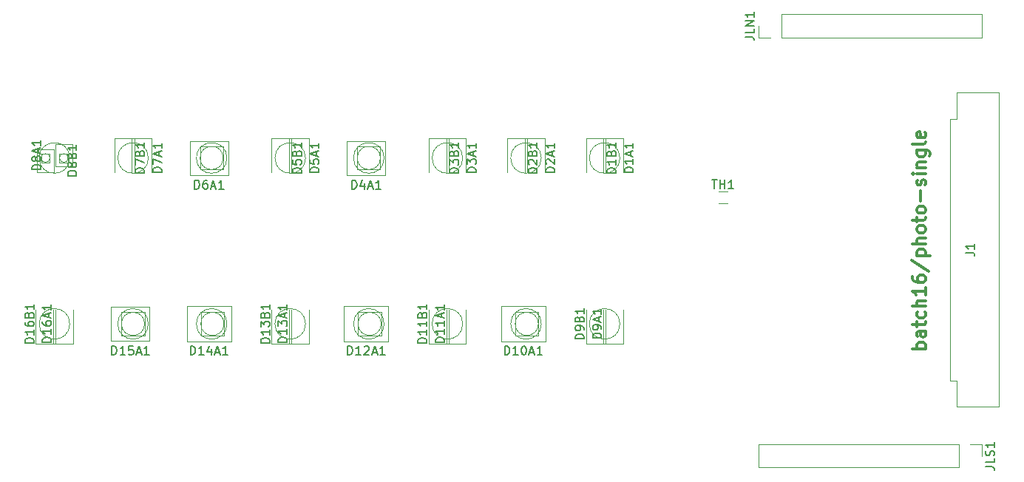
<source format=gto>
G04 #@! TF.GenerationSoftware,KiCad,Pcbnew,(6.0.1-0)*
G04 #@! TF.CreationDate,2022-03-09T19:17:37+09:00*
G04 #@! TF.ProjectId,photo-single,70686f74-6f2d-4736-996e-676c652e6b69,rev?*
G04 #@! TF.SameCoordinates,Original*
G04 #@! TF.FileFunction,Legend,Top*
G04 #@! TF.FilePolarity,Positive*
%FSLAX46Y46*%
G04 Gerber Fmt 4.6, Leading zero omitted, Abs format (unit mm)*
G04 Created by KiCad (PCBNEW (6.0.1-0)) date 2022-03-09 19:17:37*
%MOMM*%
%LPD*%
G01*
G04 APERTURE LIST*
%ADD10C,0.100000*%
%ADD11C,0.300000*%
%ADD12C,0.150000*%
%ADD13C,0.120000*%
G04 APERTURE END LIST*
D10*
X163671211Y-90502066D02*
G75*
G03*
X163671211Y-90502066I-1750000J0D01*
G01*
X118671211Y-90502066D02*
G75*
G03*
X118671211Y-90502066I-1750000J0D01*
G01*
X136671211Y-90502066D02*
G75*
G03*
X136671211Y-90502066I-1750000J0D01*
G01*
X145671211Y-90502066D02*
G75*
G03*
X145671211Y-90502066I-1750000J0D01*
G01*
X154671211Y-90502066D02*
G75*
G03*
X154671211Y-90502066I-1750000J0D01*
G01*
X127671211Y-90502066D02*
G75*
G03*
X127671211Y-90502066I-1750000J0D01*
G01*
X100671211Y-90502066D02*
G75*
G03*
X100671211Y-90502066I-1750000J0D01*
G01*
X109671211Y-90502066D02*
G75*
G03*
X109671211Y-90502066I-1750000J0D01*
G01*
X163671211Y-109501633D02*
G75*
G03*
X163671211Y-109501633I-1750000J0D01*
G01*
X154671211Y-109501633D02*
G75*
G03*
X154671211Y-109501633I-1750000J0D01*
G01*
X109671211Y-109501633D02*
G75*
G03*
X109671211Y-109501633I-1750000J0D01*
G01*
X118671211Y-109501633D02*
G75*
G03*
X118671211Y-109501633I-1750000J0D01*
G01*
X145671211Y-109501633D02*
G75*
G03*
X145671211Y-109501633I-1750000J0D01*
G01*
X100671211Y-109501633D02*
G75*
G03*
X100671211Y-109501633I-1750000J0D01*
G01*
X127671211Y-109501633D02*
G75*
G03*
X127671211Y-109501633I-1750000J0D01*
G01*
X136671211Y-109501633D02*
G75*
G03*
X136671211Y-109501633I-1750000J0D01*
G01*
D11*
X198678571Y-112332857D02*
X197178571Y-112332857D01*
X197750000Y-112332857D02*
X197678571Y-112190000D01*
X197678571Y-111904285D01*
X197750000Y-111761428D01*
X197821428Y-111690000D01*
X197964285Y-111618571D01*
X198392857Y-111618571D01*
X198535714Y-111690000D01*
X198607142Y-111761428D01*
X198678571Y-111904285D01*
X198678571Y-112190000D01*
X198607142Y-112332857D01*
X198678571Y-110332857D02*
X197892857Y-110332857D01*
X197750000Y-110404285D01*
X197678571Y-110547142D01*
X197678571Y-110832857D01*
X197750000Y-110975714D01*
X198607142Y-110332857D02*
X198678571Y-110475714D01*
X198678571Y-110832857D01*
X198607142Y-110975714D01*
X198464285Y-111047142D01*
X198321428Y-111047142D01*
X198178571Y-110975714D01*
X198107142Y-110832857D01*
X198107142Y-110475714D01*
X198035714Y-110332857D01*
X197678571Y-109832857D02*
X197678571Y-109261428D01*
X197178571Y-109618571D02*
X198464285Y-109618571D01*
X198607142Y-109547142D01*
X198678571Y-109404285D01*
X198678571Y-109261428D01*
X198607142Y-108118571D02*
X198678571Y-108261428D01*
X198678571Y-108547142D01*
X198607142Y-108690000D01*
X198535714Y-108761428D01*
X198392857Y-108832857D01*
X197964285Y-108832857D01*
X197821428Y-108761428D01*
X197750000Y-108690000D01*
X197678571Y-108547142D01*
X197678571Y-108261428D01*
X197750000Y-108118571D01*
X198678571Y-107475714D02*
X197178571Y-107475714D01*
X198678571Y-106832857D02*
X197892857Y-106832857D01*
X197750000Y-106904285D01*
X197678571Y-107047142D01*
X197678571Y-107261428D01*
X197750000Y-107404285D01*
X197821428Y-107475714D01*
X198678571Y-105332857D02*
X198678571Y-106190000D01*
X198678571Y-105761428D02*
X197178571Y-105761428D01*
X197392857Y-105904285D01*
X197535714Y-106047142D01*
X197607142Y-106190000D01*
X197178571Y-104047142D02*
X197178571Y-104332857D01*
X197250000Y-104475714D01*
X197321428Y-104547142D01*
X197535714Y-104690000D01*
X197821428Y-104761428D01*
X198392857Y-104761428D01*
X198535714Y-104690000D01*
X198607142Y-104618571D01*
X198678571Y-104475714D01*
X198678571Y-104190000D01*
X198607142Y-104047142D01*
X198535714Y-103975714D01*
X198392857Y-103904285D01*
X198035714Y-103904285D01*
X197892857Y-103975714D01*
X197821428Y-104047142D01*
X197750000Y-104190000D01*
X197750000Y-104475714D01*
X197821428Y-104618571D01*
X197892857Y-104690000D01*
X198035714Y-104761428D01*
X197107142Y-102190000D02*
X199035714Y-103475714D01*
X197678571Y-101690000D02*
X199178571Y-101690000D01*
X197750000Y-101690000D02*
X197678571Y-101547142D01*
X197678571Y-101261428D01*
X197750000Y-101118571D01*
X197821428Y-101047142D01*
X197964285Y-100975714D01*
X198392857Y-100975714D01*
X198535714Y-101047142D01*
X198607142Y-101118571D01*
X198678571Y-101261428D01*
X198678571Y-101547142D01*
X198607142Y-101690000D01*
X198678571Y-100332857D02*
X197178571Y-100332857D01*
X198678571Y-99690000D02*
X197892857Y-99690000D01*
X197750000Y-99761428D01*
X197678571Y-99904285D01*
X197678571Y-100118571D01*
X197750000Y-100261428D01*
X197821428Y-100332857D01*
X198678571Y-98761428D02*
X198607142Y-98904285D01*
X198535714Y-98975714D01*
X198392857Y-99047142D01*
X197964285Y-99047142D01*
X197821428Y-98975714D01*
X197750000Y-98904285D01*
X197678571Y-98761428D01*
X197678571Y-98547142D01*
X197750000Y-98404285D01*
X197821428Y-98332857D01*
X197964285Y-98261428D01*
X198392857Y-98261428D01*
X198535714Y-98332857D01*
X198607142Y-98404285D01*
X198678571Y-98547142D01*
X198678571Y-98761428D01*
X197678571Y-97832857D02*
X197678571Y-97261428D01*
X197178571Y-97618571D02*
X198464285Y-97618571D01*
X198607142Y-97547142D01*
X198678571Y-97404285D01*
X198678571Y-97261428D01*
X198678571Y-96547142D02*
X198607142Y-96690000D01*
X198535714Y-96761428D01*
X198392857Y-96832857D01*
X197964285Y-96832857D01*
X197821428Y-96761428D01*
X197750000Y-96690000D01*
X197678571Y-96547142D01*
X197678571Y-96332857D01*
X197750000Y-96190000D01*
X197821428Y-96118571D01*
X197964285Y-96047142D01*
X198392857Y-96047142D01*
X198535714Y-96118571D01*
X198607142Y-96190000D01*
X198678571Y-96332857D01*
X198678571Y-96547142D01*
X198107142Y-95404285D02*
X198107142Y-94261428D01*
X198607142Y-93618571D02*
X198678571Y-93475714D01*
X198678571Y-93190000D01*
X198607142Y-93047142D01*
X198464285Y-92975714D01*
X198392857Y-92975714D01*
X198250000Y-93047142D01*
X198178571Y-93190000D01*
X198178571Y-93404285D01*
X198107142Y-93547142D01*
X197964285Y-93618571D01*
X197892857Y-93618571D01*
X197750000Y-93547142D01*
X197678571Y-93404285D01*
X197678571Y-93190000D01*
X197750000Y-93047142D01*
X198678571Y-92332857D02*
X197678571Y-92332857D01*
X197178571Y-92332857D02*
X197250000Y-92404285D01*
X197321428Y-92332857D01*
X197250000Y-92261428D01*
X197178571Y-92332857D01*
X197321428Y-92332857D01*
X197678571Y-91618571D02*
X198678571Y-91618571D01*
X197821428Y-91618571D02*
X197750000Y-91547142D01*
X197678571Y-91404285D01*
X197678571Y-91190000D01*
X197750000Y-91047142D01*
X197892857Y-90975714D01*
X198678571Y-90975714D01*
X197678571Y-89618571D02*
X198892857Y-89618571D01*
X199035714Y-89690000D01*
X199107142Y-89761428D01*
X199178571Y-89904285D01*
X199178571Y-90118571D01*
X199107142Y-90261428D01*
X198607142Y-89618571D02*
X198678571Y-89761428D01*
X198678571Y-90047142D01*
X198607142Y-90190000D01*
X198535714Y-90261428D01*
X198392857Y-90332857D01*
X197964285Y-90332857D01*
X197821428Y-90261428D01*
X197750000Y-90190000D01*
X197678571Y-90047142D01*
X197678571Y-89761428D01*
X197750000Y-89618571D01*
X198678571Y-88690000D02*
X198607142Y-88832857D01*
X198464285Y-88904285D01*
X197178571Y-88904285D01*
X198607142Y-87547142D02*
X198678571Y-87690000D01*
X198678571Y-87975714D01*
X198607142Y-88118571D01*
X198464285Y-88190000D01*
X197892857Y-88190000D01*
X197750000Y-88118571D01*
X197678571Y-87975714D01*
X197678571Y-87690000D01*
X197750000Y-87547142D01*
X197892857Y-87475714D01*
X198035714Y-87475714D01*
X198178571Y-88190000D01*
D12*
X163193591Y-92216351D02*
X162193591Y-92216351D01*
X162193591Y-91978256D01*
X162241211Y-91835399D01*
X162336449Y-91740161D01*
X162431687Y-91692542D01*
X162622163Y-91644923D01*
X162765020Y-91644923D01*
X162955496Y-91692542D01*
X163050734Y-91740161D01*
X163145972Y-91835399D01*
X163193591Y-91978256D01*
X163193591Y-92216351D01*
X163193591Y-90692542D02*
X163193591Y-91263970D01*
X163193591Y-90978256D02*
X162193591Y-90978256D01*
X162336449Y-91073494D01*
X162431687Y-91168732D01*
X162479306Y-91263970D01*
X162669782Y-89930637D02*
X162717401Y-89787780D01*
X162765020Y-89740161D01*
X162860258Y-89692542D01*
X163003115Y-89692542D01*
X163098353Y-89740161D01*
X163145972Y-89787780D01*
X163193591Y-89883018D01*
X163193591Y-90263970D01*
X162193591Y-90263970D01*
X162193591Y-89930637D01*
X162241211Y-89835399D01*
X162288830Y-89787780D01*
X162384068Y-89740161D01*
X162479306Y-89740161D01*
X162574544Y-89787780D01*
X162622163Y-89835399D01*
X162669782Y-89930637D01*
X162669782Y-90263970D01*
X163193591Y-88740161D02*
X163193591Y-89311589D01*
X163193591Y-89025875D02*
X162193591Y-89025875D01*
X162336449Y-89121113D01*
X162431687Y-89216351D01*
X162479306Y-89311589D01*
X156193591Y-92144923D02*
X155193591Y-92144923D01*
X155193591Y-91906827D01*
X155241211Y-91763970D01*
X155336449Y-91668732D01*
X155431687Y-91621113D01*
X155622163Y-91573494D01*
X155765020Y-91573494D01*
X155955496Y-91621113D01*
X156050734Y-91668732D01*
X156145972Y-91763970D01*
X156193591Y-91906827D01*
X156193591Y-92144923D01*
X155288830Y-91192542D02*
X155241211Y-91144923D01*
X155193591Y-91049685D01*
X155193591Y-90811589D01*
X155241211Y-90716351D01*
X155288830Y-90668732D01*
X155384068Y-90621113D01*
X155479306Y-90621113D01*
X155622163Y-90668732D01*
X156193591Y-91240161D01*
X156193591Y-90621113D01*
X155907877Y-90240161D02*
X155907877Y-89763970D01*
X156193591Y-90335399D02*
X155193591Y-90002066D01*
X156193591Y-89668732D01*
X156193591Y-88811589D02*
X156193591Y-89383018D01*
X156193591Y-89097304D02*
X155193591Y-89097304D01*
X155336449Y-89192542D01*
X155431687Y-89287780D01*
X155479306Y-89383018D01*
X154193591Y-92216351D02*
X153193591Y-92216351D01*
X153193591Y-91978256D01*
X153241211Y-91835399D01*
X153336449Y-91740161D01*
X153431687Y-91692542D01*
X153622163Y-91644923D01*
X153765020Y-91644923D01*
X153955496Y-91692542D01*
X154050734Y-91740161D01*
X154145972Y-91835399D01*
X154193591Y-91978256D01*
X154193591Y-92216351D01*
X153288830Y-91263970D02*
X153241211Y-91216351D01*
X153193591Y-91121113D01*
X153193591Y-90883018D01*
X153241211Y-90787780D01*
X153288830Y-90740161D01*
X153384068Y-90692542D01*
X153479306Y-90692542D01*
X153622163Y-90740161D01*
X154193591Y-91311589D01*
X154193591Y-90692542D01*
X153669782Y-89930637D02*
X153717401Y-89787780D01*
X153765020Y-89740161D01*
X153860258Y-89692542D01*
X154003115Y-89692542D01*
X154098353Y-89740161D01*
X154145972Y-89787780D01*
X154193591Y-89883018D01*
X154193591Y-90263970D01*
X153193591Y-90263970D01*
X153193591Y-89930637D01*
X153241211Y-89835399D01*
X153288830Y-89787780D01*
X153384068Y-89740161D01*
X153479306Y-89740161D01*
X153574544Y-89787780D01*
X153622163Y-89835399D01*
X153669782Y-89930637D01*
X153669782Y-90263970D01*
X154193591Y-88740161D02*
X154193591Y-89311589D01*
X154193591Y-89025875D02*
X153193591Y-89025875D01*
X153336449Y-89121113D01*
X153431687Y-89216351D01*
X153479306Y-89311589D01*
X147193591Y-92144923D02*
X146193591Y-92144923D01*
X146193591Y-91906827D01*
X146241211Y-91763970D01*
X146336449Y-91668732D01*
X146431687Y-91621113D01*
X146622163Y-91573494D01*
X146765020Y-91573494D01*
X146955496Y-91621113D01*
X147050734Y-91668732D01*
X147145972Y-91763970D01*
X147193591Y-91906827D01*
X147193591Y-92144923D01*
X146193591Y-91240161D02*
X146193591Y-90621113D01*
X146574544Y-90954446D01*
X146574544Y-90811589D01*
X146622163Y-90716351D01*
X146669782Y-90668732D01*
X146765020Y-90621113D01*
X147003115Y-90621113D01*
X147098353Y-90668732D01*
X147145972Y-90716351D01*
X147193591Y-90811589D01*
X147193591Y-91097304D01*
X147145972Y-91192542D01*
X147098353Y-91240161D01*
X146907877Y-90240161D02*
X146907877Y-89763970D01*
X147193591Y-90335399D02*
X146193591Y-90002066D01*
X147193591Y-89668732D01*
X147193591Y-88811589D02*
X147193591Y-89383018D01*
X147193591Y-89097304D02*
X146193591Y-89097304D01*
X146336449Y-89192542D01*
X146431687Y-89287780D01*
X146479306Y-89383018D01*
X145193591Y-92216351D02*
X144193591Y-92216351D01*
X144193591Y-91978256D01*
X144241211Y-91835399D01*
X144336449Y-91740161D01*
X144431687Y-91692542D01*
X144622163Y-91644923D01*
X144765020Y-91644923D01*
X144955496Y-91692542D01*
X145050734Y-91740161D01*
X145145972Y-91835399D01*
X145193591Y-91978256D01*
X145193591Y-92216351D01*
X144193591Y-91311589D02*
X144193591Y-90692542D01*
X144574544Y-91025875D01*
X144574544Y-90883018D01*
X144622163Y-90787780D01*
X144669782Y-90740161D01*
X144765020Y-90692542D01*
X145003115Y-90692542D01*
X145098353Y-90740161D01*
X145145972Y-90787780D01*
X145193591Y-90883018D01*
X145193591Y-91168732D01*
X145145972Y-91263970D01*
X145098353Y-91311589D01*
X144669782Y-89930637D02*
X144717401Y-89787780D01*
X144765020Y-89740161D01*
X144860258Y-89692542D01*
X145003115Y-89692542D01*
X145098353Y-89740161D01*
X145145972Y-89787780D01*
X145193591Y-89883018D01*
X145193591Y-90263970D01*
X144193591Y-90263970D01*
X144193591Y-89930637D01*
X144241211Y-89835399D01*
X144288830Y-89787780D01*
X144384068Y-89740161D01*
X144479306Y-89740161D01*
X144574544Y-89787780D01*
X144622163Y-89835399D01*
X144669782Y-89930637D01*
X144669782Y-90263970D01*
X145193591Y-88740161D02*
X145193591Y-89311589D01*
X145193591Y-89025875D02*
X144193591Y-89025875D01*
X144336449Y-89121113D01*
X144431687Y-89216351D01*
X144479306Y-89311589D01*
X132968353Y-94044446D02*
X132968353Y-93044446D01*
X133206449Y-93044446D01*
X133349306Y-93092066D01*
X133444544Y-93187304D01*
X133492163Y-93282542D01*
X133539782Y-93473018D01*
X133539782Y-93615875D01*
X133492163Y-93806351D01*
X133444544Y-93901589D01*
X133349306Y-93996827D01*
X133206449Y-94044446D01*
X132968353Y-94044446D01*
X134396925Y-93377780D02*
X134396925Y-94044446D01*
X134158830Y-92996827D02*
X133920734Y-93711113D01*
X134539782Y-93711113D01*
X134873115Y-93758732D02*
X135349306Y-93758732D01*
X134777877Y-94044446D02*
X135111211Y-93044446D01*
X135444544Y-94044446D01*
X136301687Y-94044446D02*
X135730258Y-94044446D01*
X136015972Y-94044446D02*
X136015972Y-93044446D01*
X135920734Y-93187304D01*
X135825496Y-93282542D01*
X135730258Y-93330161D01*
X129193591Y-92144923D02*
X128193591Y-92144923D01*
X128193591Y-91906827D01*
X128241211Y-91763970D01*
X128336449Y-91668732D01*
X128431687Y-91621113D01*
X128622163Y-91573494D01*
X128765020Y-91573494D01*
X128955496Y-91621113D01*
X129050734Y-91668732D01*
X129145972Y-91763970D01*
X129193591Y-91906827D01*
X129193591Y-92144923D01*
X128193591Y-90668732D02*
X128193591Y-91144923D01*
X128669782Y-91192542D01*
X128622163Y-91144923D01*
X128574544Y-91049685D01*
X128574544Y-90811589D01*
X128622163Y-90716351D01*
X128669782Y-90668732D01*
X128765020Y-90621113D01*
X129003115Y-90621113D01*
X129098353Y-90668732D01*
X129145972Y-90716351D01*
X129193591Y-90811589D01*
X129193591Y-91049685D01*
X129145972Y-91144923D01*
X129098353Y-91192542D01*
X128907877Y-90240161D02*
X128907877Y-89763970D01*
X129193591Y-90335399D02*
X128193591Y-90002066D01*
X129193591Y-89668732D01*
X129193591Y-88811589D02*
X129193591Y-89383018D01*
X129193591Y-89097304D02*
X128193591Y-89097304D01*
X128336449Y-89192542D01*
X128431687Y-89287780D01*
X128479306Y-89383018D01*
X127193591Y-92216351D02*
X126193591Y-92216351D01*
X126193591Y-91978256D01*
X126241211Y-91835399D01*
X126336449Y-91740161D01*
X126431687Y-91692542D01*
X126622163Y-91644923D01*
X126765020Y-91644923D01*
X126955496Y-91692542D01*
X127050734Y-91740161D01*
X127145972Y-91835399D01*
X127193591Y-91978256D01*
X127193591Y-92216351D01*
X126193591Y-90740161D02*
X126193591Y-91216351D01*
X126669782Y-91263970D01*
X126622163Y-91216351D01*
X126574544Y-91121113D01*
X126574544Y-90883018D01*
X126622163Y-90787780D01*
X126669782Y-90740161D01*
X126765020Y-90692542D01*
X127003115Y-90692542D01*
X127098353Y-90740161D01*
X127145972Y-90787780D01*
X127193591Y-90883018D01*
X127193591Y-91121113D01*
X127145972Y-91216351D01*
X127098353Y-91263970D01*
X126669782Y-89930637D02*
X126717401Y-89787780D01*
X126765020Y-89740161D01*
X126860258Y-89692542D01*
X127003115Y-89692542D01*
X127098353Y-89740161D01*
X127145972Y-89787780D01*
X127193591Y-89883018D01*
X127193591Y-90263970D01*
X126193591Y-90263970D01*
X126193591Y-89930637D01*
X126241211Y-89835399D01*
X126288830Y-89787780D01*
X126384068Y-89740161D01*
X126479306Y-89740161D01*
X126574544Y-89787780D01*
X126622163Y-89835399D01*
X126669782Y-89930637D01*
X126669782Y-90263970D01*
X127193591Y-88740161D02*
X127193591Y-89311589D01*
X127193591Y-89025875D02*
X126193591Y-89025875D01*
X126336449Y-89121113D01*
X126431687Y-89216351D01*
X126479306Y-89311589D01*
X114968353Y-94044446D02*
X114968353Y-93044446D01*
X115206449Y-93044446D01*
X115349306Y-93092066D01*
X115444544Y-93187304D01*
X115492163Y-93282542D01*
X115539782Y-93473018D01*
X115539782Y-93615875D01*
X115492163Y-93806351D01*
X115444544Y-93901589D01*
X115349306Y-93996827D01*
X115206449Y-94044446D01*
X114968353Y-94044446D01*
X116396925Y-93044446D02*
X116206449Y-93044446D01*
X116111211Y-93092066D01*
X116063591Y-93139685D01*
X115968353Y-93282542D01*
X115920734Y-93473018D01*
X115920734Y-93853970D01*
X115968353Y-93949208D01*
X116015972Y-93996827D01*
X116111211Y-94044446D01*
X116301687Y-94044446D01*
X116396925Y-93996827D01*
X116444544Y-93949208D01*
X116492163Y-93853970D01*
X116492163Y-93615875D01*
X116444544Y-93520637D01*
X116396925Y-93473018D01*
X116301687Y-93425399D01*
X116111211Y-93425399D01*
X116015972Y-93473018D01*
X115968353Y-93520637D01*
X115920734Y-93615875D01*
X116873115Y-93758732D02*
X117349306Y-93758732D01*
X116777877Y-94044446D02*
X117111211Y-93044446D01*
X117444544Y-94044446D01*
X118301687Y-94044446D02*
X117730258Y-94044446D01*
X118015972Y-94044446D02*
X118015972Y-93044446D01*
X117920734Y-93187304D01*
X117825496Y-93282542D01*
X117730258Y-93330161D01*
X111193591Y-92144923D02*
X110193591Y-92144923D01*
X110193591Y-91906827D01*
X110241211Y-91763970D01*
X110336449Y-91668732D01*
X110431687Y-91621113D01*
X110622163Y-91573494D01*
X110765020Y-91573494D01*
X110955496Y-91621113D01*
X111050734Y-91668732D01*
X111145972Y-91763970D01*
X111193591Y-91906827D01*
X111193591Y-92144923D01*
X110193591Y-91240161D02*
X110193591Y-90573494D01*
X111193591Y-91002066D01*
X110907877Y-90240161D02*
X110907877Y-89763970D01*
X111193591Y-90335399D02*
X110193591Y-90002066D01*
X111193591Y-89668732D01*
X111193591Y-88811589D02*
X111193591Y-89383018D01*
X111193591Y-89097304D02*
X110193591Y-89097304D01*
X110336449Y-89192542D01*
X110431687Y-89287780D01*
X110479306Y-89383018D01*
X109193591Y-92216351D02*
X108193591Y-92216351D01*
X108193591Y-91978256D01*
X108241211Y-91835399D01*
X108336449Y-91740161D01*
X108431687Y-91692542D01*
X108622163Y-91644923D01*
X108765020Y-91644923D01*
X108955496Y-91692542D01*
X109050734Y-91740161D01*
X109145972Y-91835399D01*
X109193591Y-91978256D01*
X109193591Y-92216351D01*
X108193591Y-91311589D02*
X108193591Y-90644923D01*
X109193591Y-91073494D01*
X108669782Y-89930637D02*
X108717401Y-89787780D01*
X108765020Y-89740161D01*
X108860258Y-89692542D01*
X109003115Y-89692542D01*
X109098353Y-89740161D01*
X109145972Y-89787780D01*
X109193591Y-89883018D01*
X109193591Y-90263970D01*
X108193591Y-90263970D01*
X108193591Y-89930637D01*
X108241211Y-89835399D01*
X108288830Y-89787780D01*
X108384068Y-89740161D01*
X108479306Y-89740161D01*
X108574544Y-89787780D01*
X108622163Y-89835399D01*
X108669782Y-89930637D01*
X108669782Y-90263970D01*
X109193591Y-88740161D02*
X109193591Y-89311589D01*
X109193591Y-89025875D02*
X108193591Y-89025875D01*
X108336449Y-89121113D01*
X108431687Y-89216351D01*
X108479306Y-89311589D01*
X97362380Y-91832857D02*
X96362380Y-91832857D01*
X96362380Y-91594761D01*
X96410000Y-91451904D01*
X96505238Y-91356666D01*
X96600476Y-91309047D01*
X96790952Y-91261428D01*
X96933809Y-91261428D01*
X97124285Y-91309047D01*
X97219523Y-91356666D01*
X97314761Y-91451904D01*
X97362380Y-91594761D01*
X97362380Y-91832857D01*
X96790952Y-90690000D02*
X96743333Y-90785238D01*
X96695714Y-90832857D01*
X96600476Y-90880476D01*
X96552857Y-90880476D01*
X96457619Y-90832857D01*
X96410000Y-90785238D01*
X96362380Y-90690000D01*
X96362380Y-90499523D01*
X96410000Y-90404285D01*
X96457619Y-90356666D01*
X96552857Y-90309047D01*
X96600476Y-90309047D01*
X96695714Y-90356666D01*
X96743333Y-90404285D01*
X96790952Y-90499523D01*
X96790952Y-90690000D01*
X96838571Y-90785238D01*
X96886190Y-90832857D01*
X96981428Y-90880476D01*
X97171904Y-90880476D01*
X97267142Y-90832857D01*
X97314761Y-90785238D01*
X97362380Y-90690000D01*
X97362380Y-90499523D01*
X97314761Y-90404285D01*
X97267142Y-90356666D01*
X97171904Y-90309047D01*
X96981428Y-90309047D01*
X96886190Y-90356666D01*
X96838571Y-90404285D01*
X96790952Y-90499523D01*
X97076666Y-89928095D02*
X97076666Y-89451904D01*
X97362380Y-90023333D02*
X96362380Y-89690000D01*
X97362380Y-89356666D01*
X97362380Y-88499523D02*
X97362380Y-89070952D01*
X97362380Y-88785238D02*
X96362380Y-88785238D01*
X96505238Y-88880476D01*
X96600476Y-88975714D01*
X96648095Y-89070952D01*
X101442380Y-92524285D02*
X100442380Y-92524285D01*
X100442380Y-92286190D01*
X100490000Y-92143333D01*
X100585238Y-92048095D01*
X100680476Y-92000476D01*
X100870952Y-91952857D01*
X101013809Y-91952857D01*
X101204285Y-92000476D01*
X101299523Y-92048095D01*
X101394761Y-92143333D01*
X101442380Y-92286190D01*
X101442380Y-92524285D01*
X100870952Y-91381428D02*
X100823333Y-91476666D01*
X100775714Y-91524285D01*
X100680476Y-91571904D01*
X100632857Y-91571904D01*
X100537619Y-91524285D01*
X100490000Y-91476666D01*
X100442380Y-91381428D01*
X100442380Y-91190952D01*
X100490000Y-91095714D01*
X100537619Y-91048095D01*
X100632857Y-91000476D01*
X100680476Y-91000476D01*
X100775714Y-91048095D01*
X100823333Y-91095714D01*
X100870952Y-91190952D01*
X100870952Y-91381428D01*
X100918571Y-91476666D01*
X100966190Y-91524285D01*
X101061428Y-91571904D01*
X101251904Y-91571904D01*
X101347142Y-91524285D01*
X101394761Y-91476666D01*
X101442380Y-91381428D01*
X101442380Y-91190952D01*
X101394761Y-91095714D01*
X101347142Y-91048095D01*
X101251904Y-91000476D01*
X101061428Y-91000476D01*
X100966190Y-91048095D01*
X100918571Y-91095714D01*
X100870952Y-91190952D01*
X100918571Y-90238571D02*
X100966190Y-90095714D01*
X101013809Y-90048095D01*
X101109047Y-90000476D01*
X101251904Y-90000476D01*
X101347142Y-90048095D01*
X101394761Y-90095714D01*
X101442380Y-90190952D01*
X101442380Y-90571904D01*
X100442380Y-90571904D01*
X100442380Y-90238571D01*
X100490000Y-90143333D01*
X100537619Y-90095714D01*
X100632857Y-90048095D01*
X100728095Y-90048095D01*
X100823333Y-90095714D01*
X100870952Y-90143333D01*
X100918571Y-90238571D01*
X100918571Y-90571904D01*
X101442380Y-89048095D02*
X101442380Y-89619523D01*
X101442380Y-89333809D02*
X100442380Y-89333809D01*
X100585238Y-89429047D01*
X100680476Y-89524285D01*
X100728095Y-89619523D01*
X123553591Y-111692109D02*
X122553591Y-111692109D01*
X122553591Y-111454013D01*
X122601211Y-111311156D01*
X122696449Y-111215918D01*
X122791687Y-111168299D01*
X122982163Y-111120680D01*
X123125020Y-111120680D01*
X123315496Y-111168299D01*
X123410734Y-111215918D01*
X123505972Y-111311156D01*
X123553591Y-111454013D01*
X123553591Y-111692109D01*
X123553591Y-110168299D02*
X123553591Y-110739728D01*
X123553591Y-110454013D02*
X122553591Y-110454013D01*
X122696449Y-110549252D01*
X122791687Y-110644490D01*
X122839306Y-110739728D01*
X122553591Y-109834966D02*
X122553591Y-109215918D01*
X122934544Y-109549252D01*
X122934544Y-109406394D01*
X122982163Y-109311156D01*
X123029782Y-109263537D01*
X123125020Y-109215918D01*
X123363115Y-109215918D01*
X123458353Y-109263537D01*
X123505972Y-109311156D01*
X123553591Y-109406394D01*
X123553591Y-109692109D01*
X123505972Y-109787347D01*
X123458353Y-109834966D01*
X123029782Y-108454013D02*
X123077401Y-108311156D01*
X123125020Y-108263537D01*
X123220258Y-108215918D01*
X123363115Y-108215918D01*
X123458353Y-108263537D01*
X123505972Y-108311156D01*
X123553591Y-108406394D01*
X123553591Y-108787347D01*
X122553591Y-108787347D01*
X122553591Y-108454013D01*
X122601211Y-108358775D01*
X122648830Y-108311156D01*
X122744068Y-108263537D01*
X122839306Y-108263537D01*
X122934544Y-108311156D01*
X122982163Y-108358775D01*
X123029782Y-108454013D01*
X123029782Y-108787347D01*
X123553591Y-107263537D02*
X123553591Y-107834966D01*
X123553591Y-107549252D02*
X122553591Y-107549252D01*
X122696449Y-107644490D01*
X122791687Y-107739728D01*
X122839306Y-107834966D01*
X114492163Y-113044013D02*
X114492163Y-112044013D01*
X114730258Y-112044013D01*
X114873115Y-112091633D01*
X114968353Y-112186871D01*
X115015972Y-112282109D01*
X115063591Y-112472585D01*
X115063591Y-112615442D01*
X115015972Y-112805918D01*
X114968353Y-112901156D01*
X114873115Y-112996394D01*
X114730258Y-113044013D01*
X114492163Y-113044013D01*
X116015972Y-113044013D02*
X115444544Y-113044013D01*
X115730258Y-113044013D02*
X115730258Y-112044013D01*
X115635020Y-112186871D01*
X115539782Y-112282109D01*
X115444544Y-112329728D01*
X116873115Y-112377347D02*
X116873115Y-113044013D01*
X116635020Y-111996394D02*
X116396925Y-112710680D01*
X117015972Y-112710680D01*
X117349306Y-112758299D02*
X117825496Y-112758299D01*
X117254068Y-113044013D02*
X117587401Y-112044013D01*
X117920734Y-113044013D01*
X118777877Y-113044013D02*
X118206449Y-113044013D01*
X118492163Y-113044013D02*
X118492163Y-112044013D01*
X118396925Y-112186871D01*
X118301687Y-112282109D01*
X118206449Y-112329728D01*
X105492163Y-113044013D02*
X105492163Y-112044013D01*
X105730258Y-112044013D01*
X105873115Y-112091633D01*
X105968353Y-112186871D01*
X106015972Y-112282109D01*
X106063591Y-112472585D01*
X106063591Y-112615442D01*
X106015972Y-112805918D01*
X105968353Y-112901156D01*
X105873115Y-112996394D01*
X105730258Y-113044013D01*
X105492163Y-113044013D01*
X107015972Y-113044013D02*
X106444544Y-113044013D01*
X106730258Y-113044013D02*
X106730258Y-112044013D01*
X106635020Y-112186871D01*
X106539782Y-112282109D01*
X106444544Y-112329728D01*
X107920734Y-112044013D02*
X107444544Y-112044013D01*
X107396925Y-112520204D01*
X107444544Y-112472585D01*
X107539782Y-112424966D01*
X107777877Y-112424966D01*
X107873115Y-112472585D01*
X107920734Y-112520204D01*
X107968353Y-112615442D01*
X107968353Y-112853537D01*
X107920734Y-112948775D01*
X107873115Y-112996394D01*
X107777877Y-113044013D01*
X107539782Y-113044013D01*
X107444544Y-112996394D01*
X107396925Y-112948775D01*
X108349306Y-112758299D02*
X108825496Y-112758299D01*
X108254068Y-113044013D02*
X108587401Y-112044013D01*
X108920734Y-113044013D01*
X109777877Y-113044013D02*
X109206449Y-113044013D01*
X109492163Y-113044013D02*
X109492163Y-112044013D01*
X109396925Y-112186871D01*
X109301687Y-112282109D01*
X109206449Y-112329728D01*
X98553591Y-111620680D02*
X97553591Y-111620680D01*
X97553591Y-111382585D01*
X97601211Y-111239728D01*
X97696449Y-111144490D01*
X97791687Y-111096871D01*
X97982163Y-111049252D01*
X98125020Y-111049252D01*
X98315496Y-111096871D01*
X98410734Y-111144490D01*
X98505972Y-111239728D01*
X98553591Y-111382585D01*
X98553591Y-111620680D01*
X98553591Y-110096871D02*
X98553591Y-110668299D01*
X98553591Y-110382585D02*
X97553591Y-110382585D01*
X97696449Y-110477823D01*
X97791687Y-110573061D01*
X97839306Y-110668299D01*
X97553591Y-109239728D02*
X97553591Y-109430204D01*
X97601211Y-109525442D01*
X97648830Y-109573061D01*
X97791687Y-109668299D01*
X97982163Y-109715918D01*
X98363115Y-109715918D01*
X98458353Y-109668299D01*
X98505972Y-109620680D01*
X98553591Y-109525442D01*
X98553591Y-109334966D01*
X98505972Y-109239728D01*
X98458353Y-109192109D01*
X98363115Y-109144490D01*
X98125020Y-109144490D01*
X98029782Y-109192109D01*
X97982163Y-109239728D01*
X97934544Y-109334966D01*
X97934544Y-109525442D01*
X97982163Y-109620680D01*
X98029782Y-109668299D01*
X98125020Y-109715918D01*
X98267877Y-108763537D02*
X98267877Y-108287347D01*
X98553591Y-108858775D02*
X97553591Y-108525442D01*
X98553591Y-108192109D01*
X98553591Y-107334966D02*
X98553591Y-107906394D01*
X98553591Y-107620680D02*
X97553591Y-107620680D01*
X97696449Y-107715918D01*
X97791687Y-107811156D01*
X97839306Y-107906394D01*
X159553591Y-111215918D02*
X158553591Y-111215918D01*
X158553591Y-110977823D01*
X158601211Y-110834966D01*
X158696449Y-110739728D01*
X158791687Y-110692109D01*
X158982163Y-110644490D01*
X159125020Y-110644490D01*
X159315496Y-110692109D01*
X159410734Y-110739728D01*
X159505972Y-110834966D01*
X159553591Y-110977823D01*
X159553591Y-111215918D01*
X159553591Y-110168299D02*
X159553591Y-109977823D01*
X159505972Y-109882585D01*
X159458353Y-109834966D01*
X159315496Y-109739728D01*
X159125020Y-109692109D01*
X158744068Y-109692109D01*
X158648830Y-109739728D01*
X158601211Y-109787347D01*
X158553591Y-109882585D01*
X158553591Y-110073061D01*
X158601211Y-110168299D01*
X158648830Y-110215918D01*
X158744068Y-110263537D01*
X158982163Y-110263537D01*
X159077401Y-110215918D01*
X159125020Y-110168299D01*
X159172639Y-110073061D01*
X159172639Y-109882585D01*
X159125020Y-109787347D01*
X159077401Y-109739728D01*
X158982163Y-109692109D01*
X159029782Y-108930204D02*
X159077401Y-108787347D01*
X159125020Y-108739728D01*
X159220258Y-108692109D01*
X159363115Y-108692109D01*
X159458353Y-108739728D01*
X159505972Y-108787347D01*
X159553591Y-108882585D01*
X159553591Y-109263537D01*
X158553591Y-109263537D01*
X158553591Y-108930204D01*
X158601211Y-108834966D01*
X158648830Y-108787347D01*
X158744068Y-108739728D01*
X158839306Y-108739728D01*
X158934544Y-108787347D01*
X158982163Y-108834966D01*
X159029782Y-108930204D01*
X159029782Y-109263537D01*
X159553591Y-107739728D02*
X159553591Y-108311156D01*
X159553591Y-108025442D02*
X158553591Y-108025442D01*
X158696449Y-108120680D01*
X158791687Y-108215918D01*
X158839306Y-108311156D01*
X125553591Y-111620680D02*
X124553591Y-111620680D01*
X124553591Y-111382585D01*
X124601211Y-111239728D01*
X124696449Y-111144490D01*
X124791687Y-111096871D01*
X124982163Y-111049252D01*
X125125020Y-111049252D01*
X125315496Y-111096871D01*
X125410734Y-111144490D01*
X125505972Y-111239728D01*
X125553591Y-111382585D01*
X125553591Y-111620680D01*
X125553591Y-110096871D02*
X125553591Y-110668299D01*
X125553591Y-110382585D02*
X124553591Y-110382585D01*
X124696449Y-110477823D01*
X124791687Y-110573061D01*
X124839306Y-110668299D01*
X124553591Y-109763537D02*
X124553591Y-109144490D01*
X124934544Y-109477823D01*
X124934544Y-109334966D01*
X124982163Y-109239728D01*
X125029782Y-109192109D01*
X125125020Y-109144490D01*
X125363115Y-109144490D01*
X125458353Y-109192109D01*
X125505972Y-109239728D01*
X125553591Y-109334966D01*
X125553591Y-109620680D01*
X125505972Y-109715918D01*
X125458353Y-109763537D01*
X125267877Y-108763537D02*
X125267877Y-108287347D01*
X125553591Y-108858775D02*
X124553591Y-108525442D01*
X125553591Y-108192109D01*
X125553591Y-107334966D02*
X125553591Y-107906394D01*
X125553591Y-107620680D02*
X124553591Y-107620680D01*
X124696449Y-107715918D01*
X124791687Y-107811156D01*
X124839306Y-107906394D01*
X132492163Y-113044013D02*
X132492163Y-112044013D01*
X132730258Y-112044013D01*
X132873115Y-112091633D01*
X132968353Y-112186871D01*
X133015972Y-112282109D01*
X133063591Y-112472585D01*
X133063591Y-112615442D01*
X133015972Y-112805918D01*
X132968353Y-112901156D01*
X132873115Y-112996394D01*
X132730258Y-113044013D01*
X132492163Y-113044013D01*
X134015972Y-113044013D02*
X133444544Y-113044013D01*
X133730258Y-113044013D02*
X133730258Y-112044013D01*
X133635020Y-112186871D01*
X133539782Y-112282109D01*
X133444544Y-112329728D01*
X134396925Y-112139252D02*
X134444544Y-112091633D01*
X134539782Y-112044013D01*
X134777877Y-112044013D01*
X134873115Y-112091633D01*
X134920734Y-112139252D01*
X134968353Y-112234490D01*
X134968353Y-112329728D01*
X134920734Y-112472585D01*
X134349306Y-113044013D01*
X134968353Y-113044013D01*
X135349306Y-112758299D02*
X135825496Y-112758299D01*
X135254068Y-113044013D02*
X135587401Y-112044013D01*
X135920734Y-113044013D01*
X136777877Y-113044013D02*
X136206449Y-113044013D01*
X136492163Y-113044013D02*
X136492163Y-112044013D01*
X136396925Y-112186871D01*
X136301687Y-112282109D01*
X136206449Y-112329728D01*
X141553591Y-111692109D02*
X140553591Y-111692109D01*
X140553591Y-111454013D01*
X140601211Y-111311156D01*
X140696449Y-111215918D01*
X140791687Y-111168299D01*
X140982163Y-111120680D01*
X141125020Y-111120680D01*
X141315496Y-111168299D01*
X141410734Y-111215918D01*
X141505972Y-111311156D01*
X141553591Y-111454013D01*
X141553591Y-111692109D01*
X141553591Y-110168299D02*
X141553591Y-110739728D01*
X141553591Y-110454013D02*
X140553591Y-110454013D01*
X140696449Y-110549252D01*
X140791687Y-110644490D01*
X140839306Y-110739728D01*
X141553591Y-109215918D02*
X141553591Y-109787347D01*
X141553591Y-109501633D02*
X140553591Y-109501633D01*
X140696449Y-109596871D01*
X140791687Y-109692109D01*
X140839306Y-109787347D01*
X141029782Y-108454013D02*
X141077401Y-108311156D01*
X141125020Y-108263537D01*
X141220258Y-108215918D01*
X141363115Y-108215918D01*
X141458353Y-108263537D01*
X141505972Y-108311156D01*
X141553591Y-108406394D01*
X141553591Y-108787347D01*
X140553591Y-108787347D01*
X140553591Y-108454013D01*
X140601211Y-108358775D01*
X140648830Y-108311156D01*
X140744068Y-108263537D01*
X140839306Y-108263537D01*
X140934544Y-108311156D01*
X140982163Y-108358775D01*
X141029782Y-108454013D01*
X141029782Y-108787347D01*
X141553591Y-107263537D02*
X141553591Y-107834966D01*
X141553591Y-107549252D02*
X140553591Y-107549252D01*
X140696449Y-107644490D01*
X140791687Y-107739728D01*
X140839306Y-107834966D01*
X143553591Y-111620680D02*
X142553591Y-111620680D01*
X142553591Y-111382585D01*
X142601211Y-111239728D01*
X142696449Y-111144490D01*
X142791687Y-111096871D01*
X142982163Y-111049252D01*
X143125020Y-111049252D01*
X143315496Y-111096871D01*
X143410734Y-111144490D01*
X143505972Y-111239728D01*
X143553591Y-111382585D01*
X143553591Y-111620680D01*
X143553591Y-110096871D02*
X143553591Y-110668299D01*
X143553591Y-110382585D02*
X142553591Y-110382585D01*
X142696449Y-110477823D01*
X142791687Y-110573061D01*
X142839306Y-110668299D01*
X143553591Y-109144490D02*
X143553591Y-109715918D01*
X143553591Y-109430204D02*
X142553591Y-109430204D01*
X142696449Y-109525442D01*
X142791687Y-109620680D01*
X142839306Y-109715918D01*
X143267877Y-108763537D02*
X143267877Y-108287347D01*
X143553591Y-108858775D02*
X142553591Y-108525442D01*
X143553591Y-108192109D01*
X143553591Y-107334966D02*
X143553591Y-107906394D01*
X143553591Y-107620680D02*
X142553591Y-107620680D01*
X142696449Y-107715918D01*
X142791687Y-107811156D01*
X142839306Y-107906394D01*
X150492163Y-113044013D02*
X150492163Y-112044013D01*
X150730258Y-112044013D01*
X150873115Y-112091633D01*
X150968353Y-112186871D01*
X151015972Y-112282109D01*
X151063591Y-112472585D01*
X151063591Y-112615442D01*
X151015972Y-112805918D01*
X150968353Y-112901156D01*
X150873115Y-112996394D01*
X150730258Y-113044013D01*
X150492163Y-113044013D01*
X152015972Y-113044013D02*
X151444544Y-113044013D01*
X151730258Y-113044013D02*
X151730258Y-112044013D01*
X151635020Y-112186871D01*
X151539782Y-112282109D01*
X151444544Y-112329728D01*
X152635020Y-112044013D02*
X152730258Y-112044013D01*
X152825496Y-112091633D01*
X152873115Y-112139252D01*
X152920734Y-112234490D01*
X152968353Y-112424966D01*
X152968353Y-112663061D01*
X152920734Y-112853537D01*
X152873115Y-112948775D01*
X152825496Y-112996394D01*
X152730258Y-113044013D01*
X152635020Y-113044013D01*
X152539782Y-112996394D01*
X152492163Y-112948775D01*
X152444544Y-112853537D01*
X152396925Y-112663061D01*
X152396925Y-112424966D01*
X152444544Y-112234490D01*
X152492163Y-112139252D01*
X152539782Y-112091633D01*
X152635020Y-112044013D01*
X153349306Y-112758299D02*
X153825496Y-112758299D01*
X153254068Y-113044013D02*
X153587401Y-112044013D01*
X153920734Y-113044013D01*
X154777877Y-113044013D02*
X154206449Y-113044013D01*
X154492163Y-113044013D02*
X154492163Y-112044013D01*
X154396925Y-112186871D01*
X154301687Y-112282109D01*
X154206449Y-112329728D01*
X165193591Y-92144923D02*
X164193591Y-92144923D01*
X164193591Y-91906827D01*
X164241211Y-91763970D01*
X164336449Y-91668732D01*
X164431687Y-91621113D01*
X164622163Y-91573494D01*
X164765020Y-91573494D01*
X164955496Y-91621113D01*
X165050734Y-91668732D01*
X165145972Y-91763970D01*
X165193591Y-91906827D01*
X165193591Y-92144923D01*
X165193591Y-90621113D02*
X165193591Y-91192542D01*
X165193591Y-90906827D02*
X164193591Y-90906827D01*
X164336449Y-91002066D01*
X164431687Y-91097304D01*
X164479306Y-91192542D01*
X164907877Y-90240161D02*
X164907877Y-89763970D01*
X165193591Y-90335399D02*
X164193591Y-90002066D01*
X165193591Y-89668732D01*
X165193591Y-88811589D02*
X165193591Y-89383018D01*
X165193591Y-89097304D02*
X164193591Y-89097304D01*
X164336449Y-89192542D01*
X164431687Y-89287780D01*
X164479306Y-89383018D01*
X178027380Y-76633904D02*
X178741666Y-76633904D01*
X178884523Y-76681523D01*
X178979761Y-76776761D01*
X179027380Y-76919619D01*
X179027380Y-77014857D01*
X179027380Y-75681523D02*
X179027380Y-76157714D01*
X178027380Y-76157714D01*
X179027380Y-75348190D02*
X178027380Y-75348190D01*
X179027380Y-74776761D01*
X178027380Y-74776761D01*
X179027380Y-73776761D02*
X179027380Y-74348190D01*
X179027380Y-74062476D02*
X178027380Y-74062476D01*
X178170238Y-74157714D01*
X178265476Y-74252952D01*
X178313095Y-74348190D01*
X205547380Y-125842285D02*
X206261666Y-125842285D01*
X206404523Y-125889904D01*
X206499761Y-125985142D01*
X206547380Y-126128000D01*
X206547380Y-126223238D01*
X206547380Y-124889904D02*
X206547380Y-125366095D01*
X205547380Y-125366095D01*
X206499761Y-124604190D02*
X206547380Y-124461333D01*
X206547380Y-124223238D01*
X206499761Y-124128000D01*
X206452142Y-124080380D01*
X206356904Y-124032761D01*
X206261666Y-124032761D01*
X206166428Y-124080380D01*
X206118809Y-124128000D01*
X206071190Y-124223238D01*
X206023571Y-124413714D01*
X205975952Y-124508952D01*
X205928333Y-124556571D01*
X205833095Y-124604190D01*
X205737857Y-124604190D01*
X205642619Y-124556571D01*
X205595000Y-124508952D01*
X205547380Y-124413714D01*
X205547380Y-124175619D01*
X205595000Y-124032761D01*
X206547380Y-123080380D02*
X206547380Y-123651809D01*
X206547380Y-123366095D02*
X205547380Y-123366095D01*
X205690238Y-123461333D01*
X205785476Y-123556571D01*
X205833095Y-123651809D01*
X161553591Y-111144490D02*
X160553591Y-111144490D01*
X160553591Y-110906394D01*
X160601211Y-110763537D01*
X160696449Y-110668299D01*
X160791687Y-110620680D01*
X160982163Y-110573061D01*
X161125020Y-110573061D01*
X161315496Y-110620680D01*
X161410734Y-110668299D01*
X161505972Y-110763537D01*
X161553591Y-110906394D01*
X161553591Y-111144490D01*
X161553591Y-110096871D02*
X161553591Y-109906394D01*
X161505972Y-109811156D01*
X161458353Y-109763537D01*
X161315496Y-109668299D01*
X161125020Y-109620680D01*
X160744068Y-109620680D01*
X160648830Y-109668299D01*
X160601211Y-109715918D01*
X160553591Y-109811156D01*
X160553591Y-110001633D01*
X160601211Y-110096871D01*
X160648830Y-110144490D01*
X160744068Y-110192109D01*
X160982163Y-110192109D01*
X161077401Y-110144490D01*
X161125020Y-110096871D01*
X161172639Y-110001633D01*
X161172639Y-109811156D01*
X161125020Y-109715918D01*
X161077401Y-109668299D01*
X160982163Y-109620680D01*
X161267877Y-109239728D02*
X161267877Y-108763537D01*
X161553591Y-109334966D02*
X160553591Y-109001633D01*
X161553591Y-108668299D01*
X161553591Y-107811156D02*
X161553591Y-108382585D01*
X161553591Y-108096871D02*
X160553591Y-108096871D01*
X160696449Y-108192109D01*
X160791687Y-108287347D01*
X160839306Y-108382585D01*
X203301380Y-101353333D02*
X204015666Y-101353333D01*
X204158523Y-101400952D01*
X204253761Y-101496190D01*
X204301380Y-101639047D01*
X204301380Y-101734285D01*
X204301380Y-100353333D02*
X204301380Y-100924761D01*
X204301380Y-100639047D02*
X203301380Y-100639047D01*
X203444238Y-100734285D01*
X203539476Y-100829523D01*
X203587095Y-100924761D01*
X174214285Y-93002380D02*
X174785714Y-93002380D01*
X174500000Y-94002380D02*
X174500000Y-93002380D01*
X175119047Y-94002380D02*
X175119047Y-93002380D01*
X175119047Y-93478571D02*
X175690476Y-93478571D01*
X175690476Y-94002380D02*
X175690476Y-93002380D01*
X176690476Y-94002380D02*
X176119047Y-94002380D01*
X176404761Y-94002380D02*
X176404761Y-93002380D01*
X176309523Y-93145238D01*
X176214285Y-93240476D01*
X176119047Y-93288095D01*
X96553591Y-111692109D02*
X95553591Y-111692109D01*
X95553591Y-111454013D01*
X95601211Y-111311156D01*
X95696449Y-111215918D01*
X95791687Y-111168299D01*
X95982163Y-111120680D01*
X96125020Y-111120680D01*
X96315496Y-111168299D01*
X96410734Y-111215918D01*
X96505972Y-111311156D01*
X96553591Y-111454013D01*
X96553591Y-111692109D01*
X96553591Y-110168299D02*
X96553591Y-110739728D01*
X96553591Y-110454013D02*
X95553591Y-110454013D01*
X95696449Y-110549252D01*
X95791687Y-110644490D01*
X95839306Y-110739728D01*
X95553591Y-109311156D02*
X95553591Y-109501633D01*
X95601211Y-109596871D01*
X95648830Y-109644490D01*
X95791687Y-109739728D01*
X95982163Y-109787347D01*
X96363115Y-109787347D01*
X96458353Y-109739728D01*
X96505972Y-109692109D01*
X96553591Y-109596871D01*
X96553591Y-109406394D01*
X96505972Y-109311156D01*
X96458353Y-109263537D01*
X96363115Y-109215918D01*
X96125020Y-109215918D01*
X96029782Y-109263537D01*
X95982163Y-109311156D01*
X95934544Y-109406394D01*
X95934544Y-109596871D01*
X95982163Y-109692109D01*
X96029782Y-109739728D01*
X96125020Y-109787347D01*
X96029782Y-108454013D02*
X96077401Y-108311156D01*
X96125020Y-108263537D01*
X96220258Y-108215918D01*
X96363115Y-108215918D01*
X96458353Y-108263537D01*
X96505972Y-108311156D01*
X96553591Y-108406394D01*
X96553591Y-108787347D01*
X95553591Y-108787347D01*
X95553591Y-108454013D01*
X95601211Y-108358775D01*
X95648830Y-108311156D01*
X95744068Y-108263537D01*
X95839306Y-108263537D01*
X95934544Y-108311156D01*
X95982163Y-108358775D01*
X96029782Y-108454013D01*
X96029782Y-108787347D01*
X96553591Y-107263537D02*
X96553591Y-107834966D01*
X96553591Y-107549252D02*
X95553591Y-107549252D01*
X95696449Y-107644490D01*
X95791687Y-107739728D01*
X95839306Y-107834966D01*
D13*
X159786211Y-88217066D02*
X159786211Y-92102066D01*
X162056211Y-92102066D02*
X162056211Y-88217066D01*
X162056211Y-88217066D02*
X159786211Y-88217066D01*
X152786211Y-88217066D02*
X152786211Y-92102066D01*
X155056211Y-88217066D02*
X152786211Y-88217066D01*
X155056211Y-92102066D02*
X155056211Y-88217066D01*
X150786211Y-88217066D02*
X150786211Y-92102066D01*
X153056211Y-92102066D02*
X153056211Y-88217066D01*
X153056211Y-88217066D02*
X150786211Y-88217066D01*
X143786211Y-88217066D02*
X143786211Y-92102066D01*
X146056211Y-88217066D02*
X143786211Y-88217066D01*
X146056211Y-92102066D02*
X146056211Y-88217066D01*
X144056211Y-88217066D02*
X141786211Y-88217066D01*
X144056211Y-92102066D02*
X144056211Y-88217066D01*
X141786211Y-88217066D02*
X141786211Y-92102066D01*
X136821211Y-92452066D02*
X132421211Y-92452066D01*
X132421211Y-92452066D02*
X132421211Y-88552066D01*
X132421211Y-88552066D02*
X136821211Y-88552066D01*
X136821211Y-88552066D02*
X136821211Y-92452066D01*
X133596211Y-89177066D02*
X136246211Y-89177066D01*
X136246211Y-89177066D02*
X136246211Y-91827066D01*
X136246211Y-91827066D02*
X133596211Y-91827066D01*
X133596211Y-91827066D02*
X133596211Y-89177066D01*
X136246211Y-90502066D02*
G75*
G03*
X136246211Y-90502066I-1325000J0D01*
G01*
X128056211Y-88217066D02*
X125786211Y-88217066D01*
X125786211Y-88217066D02*
X125786211Y-92102066D01*
X128056211Y-92102066D02*
X128056211Y-88217066D01*
X126056211Y-88217066D02*
X123786211Y-88217066D01*
X123786211Y-88217066D02*
X123786211Y-92102066D01*
X126056211Y-92102066D02*
X126056211Y-88217066D01*
X118821211Y-92452066D02*
X114421211Y-92452066D01*
X114421211Y-92452066D02*
X114421211Y-88552066D01*
X114421211Y-88552066D02*
X118821211Y-88552066D01*
X118821211Y-88552066D02*
X118821211Y-92452066D01*
X115596211Y-89177066D02*
X118246211Y-89177066D01*
X118246211Y-89177066D02*
X118246211Y-91827066D01*
X118246211Y-91827066D02*
X115596211Y-91827066D01*
X115596211Y-91827066D02*
X115596211Y-89177066D01*
X118246211Y-90502066D02*
G75*
G03*
X118246211Y-90502066I-1325000J0D01*
G01*
X110056211Y-88217066D02*
X107786211Y-88217066D01*
X110056211Y-92102066D02*
X110056211Y-88217066D01*
X107786211Y-88217066D02*
X107786211Y-92102066D01*
X105786211Y-88217066D02*
X105786211Y-92102066D01*
X108056211Y-88217066D02*
X105786211Y-88217066D01*
X108056211Y-92102066D02*
X108056211Y-88217066D01*
X99000000Y-91500000D02*
X101000000Y-91500000D01*
X101000000Y-91500000D02*
X101000000Y-88900000D01*
X101000000Y-88900000D02*
X99000000Y-88900000D01*
X99000000Y-88900000D02*
X99000000Y-91500000D01*
X100500000Y-90000000D02*
X99500000Y-90000000D01*
X99500000Y-90000000D02*
X99500000Y-91000000D01*
X99500000Y-91000000D02*
X100500000Y-91000000D01*
X100500000Y-91000000D02*
X100500000Y-90000000D01*
X100500000Y-90500000D02*
G75*
G03*
X100500000Y-90500000I-500000J0D01*
G01*
X97400000Y-91000000D02*
X98400000Y-91000000D01*
X98400000Y-91000000D02*
X98400000Y-90000000D01*
X98400000Y-90000000D02*
X97400000Y-90000000D01*
X97400000Y-90000000D02*
X97400000Y-91000000D01*
X98900000Y-89500000D02*
X96900000Y-89500000D01*
X96900000Y-89500000D02*
X96900000Y-92100000D01*
X96900000Y-92100000D02*
X98900000Y-92100000D01*
X98900000Y-92100000D02*
X98900000Y-89500000D01*
X98400000Y-90500000D02*
G75*
G03*
X98400000Y-90500000I-500000J0D01*
G01*
X126056211Y-111786633D02*
X126056211Y-107901633D01*
X123786211Y-107901633D02*
X123786211Y-111786633D01*
X123786211Y-111786633D02*
X126056211Y-111786633D01*
X119166211Y-111501633D02*
X114076211Y-111501633D01*
X114076211Y-111501633D02*
X114076211Y-107501633D01*
X114076211Y-107501633D02*
X119166211Y-107501633D01*
X119166211Y-107501633D02*
X119166211Y-111501633D01*
X115686211Y-108176633D02*
X118336211Y-108176633D01*
X118336211Y-108176633D02*
X118336211Y-110826633D01*
X118336211Y-110826633D02*
X115686211Y-110826633D01*
X115686211Y-110826633D02*
X115686211Y-108176633D01*
X118336211Y-109501633D02*
G75*
G03*
X118336211Y-109501633I-1325000J0D01*
G01*
X109821211Y-111451633D02*
X105421211Y-111451633D01*
X105421211Y-111451633D02*
X105421211Y-107551633D01*
X105421211Y-107551633D02*
X109821211Y-107551633D01*
X109821211Y-107551633D02*
X109821211Y-111451633D01*
X106596211Y-108176633D02*
X109246211Y-108176633D01*
X109246211Y-108176633D02*
X109246211Y-110826633D01*
X109246211Y-110826633D02*
X106596211Y-110826633D01*
X106596211Y-110826633D02*
X106596211Y-108176633D01*
X109246211Y-109501633D02*
G75*
G03*
X109246211Y-109501633I-1325000J0D01*
G01*
X101056211Y-111786633D02*
X101056211Y-107901633D01*
X98786211Y-107901633D02*
X98786211Y-111786633D01*
X98786211Y-111786633D02*
X101056211Y-111786633D01*
X159786211Y-111786633D02*
X162056211Y-111786633D01*
X162056211Y-111786633D02*
X162056211Y-107901633D01*
X159786211Y-107901633D02*
X159786211Y-111786633D01*
X125786211Y-111786633D02*
X128056211Y-111786633D01*
X125786211Y-107901633D02*
X125786211Y-111786633D01*
X128056211Y-111786633D02*
X128056211Y-107901633D01*
X133686211Y-108176633D02*
X136336211Y-108176633D01*
X136336211Y-108176633D02*
X136336211Y-110826633D01*
X136336211Y-110826633D02*
X133686211Y-110826633D01*
X133686211Y-110826633D02*
X133686211Y-108176633D01*
X137166211Y-111501633D02*
X132076211Y-111501633D01*
X132076211Y-111501633D02*
X132076211Y-107501633D01*
X132076211Y-107501633D02*
X137166211Y-107501633D01*
X137166211Y-107501633D02*
X137166211Y-111501633D01*
X136336211Y-109501633D02*
G75*
G03*
X136336211Y-109501633I-1325000J0D01*
G01*
X141786211Y-107901633D02*
X141786211Y-111786633D01*
X144056211Y-111786633D02*
X144056211Y-107901633D01*
X141786211Y-111786633D02*
X144056211Y-111786633D01*
X143786211Y-107901633D02*
X143786211Y-111786633D01*
X143786211Y-111786633D02*
X146056211Y-111786633D01*
X146056211Y-111786633D02*
X146056211Y-107901633D01*
X155166211Y-111501633D02*
X150076211Y-111501633D01*
X150076211Y-111501633D02*
X150076211Y-107501633D01*
X150076211Y-107501633D02*
X155166211Y-107501633D01*
X155166211Y-107501633D02*
X155166211Y-111501633D01*
X151686211Y-108176633D02*
X154336211Y-108176633D01*
X154336211Y-108176633D02*
X154336211Y-110826633D01*
X154336211Y-110826633D02*
X151686211Y-110826633D01*
X151686211Y-110826633D02*
X151686211Y-108176633D01*
X154336211Y-109501633D02*
G75*
G03*
X154336211Y-109501633I-1325000J0D01*
G01*
X164056211Y-88217066D02*
X161786211Y-88217066D01*
X164056211Y-92102066D02*
X164056211Y-88217066D01*
X161786211Y-88217066D02*
X161786211Y-92102066D01*
X180905000Y-76702000D02*
X179575000Y-76702000D01*
X205095000Y-76702000D02*
X205095000Y-74042000D01*
X182175000Y-74042000D02*
X205095000Y-74042000D01*
X182175000Y-76702000D02*
X205095000Y-76702000D01*
X179575000Y-76702000D02*
X179575000Y-75372000D01*
X182175000Y-76702000D02*
X182175000Y-74042000D01*
X205095000Y-123298000D02*
X205095000Y-124628000D01*
X202495000Y-123298000D02*
X179575000Y-123298000D01*
X203765000Y-123298000D02*
X205095000Y-123298000D01*
X179575000Y-123298000D02*
X179575000Y-125958000D01*
X202495000Y-123298000D02*
X202495000Y-125958000D01*
X202495000Y-125958000D02*
X179575000Y-125958000D01*
X164056211Y-111786633D02*
X164056211Y-107901633D01*
X161786211Y-111786633D02*
X164056211Y-111786633D01*
X161786211Y-107901633D02*
X161786211Y-111786633D01*
X207099000Y-83020000D02*
X202249000Y-83020000D01*
X202249000Y-116020000D02*
X201449000Y-116020000D01*
X202249000Y-83020000D02*
X202249000Y-86020000D01*
X207099000Y-119020000D02*
X202249000Y-119020000D01*
X202249000Y-86020000D02*
X201449000Y-86020000D01*
X202249000Y-119020000D02*
X202249000Y-116020000D01*
X207099000Y-119020000D02*
X207099000Y-83020000D01*
X201449000Y-116020000D02*
X201449000Y-86020000D01*
X175000000Y-94320000D02*
X176000000Y-94320000D01*
X176000000Y-95680000D02*
X175000000Y-95680000D01*
X99056211Y-111786633D02*
X99056211Y-107901633D01*
X96786211Y-111786633D02*
X99056211Y-111786633D01*
X96786211Y-107901633D02*
X96786211Y-111786633D01*
M02*

</source>
